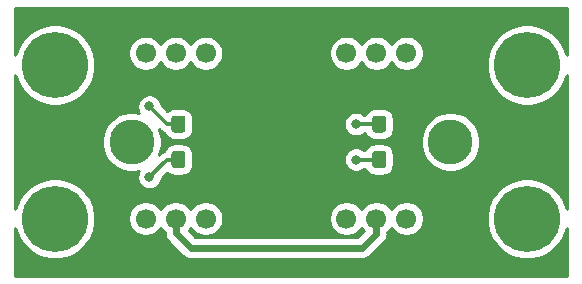
<source format=gtl>
G04 #@! TF.GenerationSoftware,KiCad,Pcbnew,(5.1.12)-1*
G04 #@! TF.CreationDate,2022-09-24T14:43:29-05:00*
G04 #@! TF.ProjectId,Power_Board_001,506f7765-725f-4426-9f61-72645f303031,rev?*
G04 #@! TF.SameCoordinates,Original*
G04 #@! TF.FileFunction,Copper,L1,Top*
G04 #@! TF.FilePolarity,Positive*
%FSLAX46Y46*%
G04 Gerber Fmt 4.6, Leading zero omitted, Abs format (unit mm)*
G04 Created by KiCad (PCBNEW (5.1.12)-1) date 2022-09-24 14:43:29*
%MOMM*%
%LPD*%
G01*
G04 APERTURE LIST*
G04 #@! TA.AperFunction,ComponentPad*
%ADD10C,1.700000*%
G04 #@! TD*
G04 #@! TA.AperFunction,ComponentPad*
%ADD11C,3.800000*%
G04 #@! TD*
G04 #@! TA.AperFunction,ComponentPad*
%ADD12C,5.600000*%
G04 #@! TD*
G04 #@! TA.AperFunction,ViaPad*
%ADD13C,0.800000*%
G04 #@! TD*
G04 #@! TA.AperFunction,Conductor*
%ADD14C,0.300000*%
G04 #@! TD*
G04 #@! TA.AperFunction,Conductor*
%ADD15C,0.600000*%
G04 #@! TD*
G04 #@! TA.AperFunction,Conductor*
%ADD16C,0.254000*%
G04 #@! TD*
G04 #@! TA.AperFunction,Conductor*
%ADD17C,0.100000*%
G04 #@! TD*
G04 APERTURE END LIST*
D10*
X152810000Y-88000000D03*
X150270000Y-88000000D03*
X145190000Y-88000000D03*
X147730000Y-88000000D03*
X152810000Y-74000000D03*
X150270000Y-74000000D03*
X145190000Y-74000000D03*
X147730000Y-74000000D03*
X135810000Y-88000000D03*
X133270000Y-88000000D03*
X128190000Y-88000000D03*
X130730000Y-88000000D03*
X135810000Y-74000000D03*
X133270000Y-74000000D03*
X128190000Y-74000000D03*
X130730000Y-74000000D03*
D11*
X127000000Y-81500000D03*
X154000000Y-81500000D03*
D12*
X120500000Y-88000000D03*
X120500000Y-75000000D03*
X160500000Y-88000000D03*
X160500000Y-75000000D03*
G04 #@! TA.AperFunction,SMDPad,CuDef*
G36*
G01*
X148550000Y-82525000D02*
X148550000Y-83475000D01*
G75*
G02*
X148300000Y-83725000I-250000J0D01*
G01*
X147625000Y-83725000D01*
G75*
G02*
X147375000Y-83475000I0J250000D01*
G01*
X147375000Y-82525000D01*
G75*
G02*
X147625000Y-82275000I250000J0D01*
G01*
X148300000Y-82275000D01*
G75*
G02*
X148550000Y-82525000I0J-250000D01*
G01*
G37*
G04 #@! TD.AperFunction*
G04 #@! TA.AperFunction,SMDPad,CuDef*
G36*
G01*
X150625000Y-82525000D02*
X150625000Y-83475000D01*
G75*
G02*
X150375000Y-83725000I-250000J0D01*
G01*
X149700000Y-83725000D01*
G75*
G02*
X149450000Y-83475000I0J250000D01*
G01*
X149450000Y-82525000D01*
G75*
G02*
X149700000Y-82275000I250000J0D01*
G01*
X150375000Y-82275000D01*
G75*
G02*
X150625000Y-82525000I0J-250000D01*
G01*
G37*
G04 #@! TD.AperFunction*
G04 #@! TA.AperFunction,SMDPad,CuDef*
G36*
G01*
X148550000Y-79525000D02*
X148550000Y-80475000D01*
G75*
G02*
X148300000Y-80725000I-250000J0D01*
G01*
X147625000Y-80725000D01*
G75*
G02*
X147375000Y-80475000I0J250000D01*
G01*
X147375000Y-79525000D01*
G75*
G02*
X147625000Y-79275000I250000J0D01*
G01*
X148300000Y-79275000D01*
G75*
G02*
X148550000Y-79525000I0J-250000D01*
G01*
G37*
G04 #@! TD.AperFunction*
G04 #@! TA.AperFunction,SMDPad,CuDef*
G36*
G01*
X150625000Y-79525000D02*
X150625000Y-80475000D01*
G75*
G02*
X150375000Y-80725000I-250000J0D01*
G01*
X149700000Y-80725000D01*
G75*
G02*
X149450000Y-80475000I0J250000D01*
G01*
X149450000Y-79525000D01*
G75*
G02*
X149700000Y-79275000I250000J0D01*
G01*
X150375000Y-79275000D01*
G75*
G02*
X150625000Y-79525000I0J-250000D01*
G01*
G37*
G04 #@! TD.AperFunction*
G04 #@! TA.AperFunction,SMDPad,CuDef*
G36*
G01*
X131550000Y-82525000D02*
X131550000Y-83475000D01*
G75*
G02*
X131300000Y-83725000I-250000J0D01*
G01*
X130625000Y-83725000D01*
G75*
G02*
X130375000Y-83475000I0J250000D01*
G01*
X130375000Y-82525000D01*
G75*
G02*
X130625000Y-82275000I250000J0D01*
G01*
X131300000Y-82275000D01*
G75*
G02*
X131550000Y-82525000I0J-250000D01*
G01*
G37*
G04 #@! TD.AperFunction*
G04 #@! TA.AperFunction,SMDPad,CuDef*
G36*
G01*
X133625000Y-82525000D02*
X133625000Y-83475000D01*
G75*
G02*
X133375000Y-83725000I-250000J0D01*
G01*
X132700000Y-83725000D01*
G75*
G02*
X132450000Y-83475000I0J250000D01*
G01*
X132450000Y-82525000D01*
G75*
G02*
X132700000Y-82275000I250000J0D01*
G01*
X133375000Y-82275000D01*
G75*
G02*
X133625000Y-82525000I0J-250000D01*
G01*
G37*
G04 #@! TD.AperFunction*
G04 #@! TA.AperFunction,SMDPad,CuDef*
G36*
G01*
X131550000Y-79525000D02*
X131550000Y-80475000D01*
G75*
G02*
X131300000Y-80725000I-250000J0D01*
G01*
X130625000Y-80725000D01*
G75*
G02*
X130375000Y-80475000I0J250000D01*
G01*
X130375000Y-79525000D01*
G75*
G02*
X130625000Y-79275000I250000J0D01*
G01*
X131300000Y-79275000D01*
G75*
G02*
X131550000Y-79525000I0J-250000D01*
G01*
G37*
G04 #@! TD.AperFunction*
G04 #@! TA.AperFunction,SMDPad,CuDef*
G36*
G01*
X133625000Y-79525000D02*
X133625000Y-80475000D01*
G75*
G02*
X133375000Y-80725000I-250000J0D01*
G01*
X132700000Y-80725000D01*
G75*
G02*
X132450000Y-80475000I0J250000D01*
G01*
X132450000Y-79525000D01*
G75*
G02*
X132700000Y-79275000I250000J0D01*
G01*
X133375000Y-79275000D01*
G75*
G02*
X133625000Y-79525000I0J-250000D01*
G01*
G37*
G04 #@! TD.AperFunction*
D13*
X128500000Y-84500000D03*
X128500000Y-78500000D03*
X146000000Y-80000000D03*
X146000000Y-83000000D03*
D14*
X130962500Y-83000000D02*
X130000000Y-83000000D01*
X130000000Y-83000000D02*
X128500000Y-84500000D01*
X128500000Y-84500000D02*
X128500000Y-84500000D01*
X130000000Y-80000000D02*
X128500000Y-78500000D01*
X130962500Y-80000000D02*
X130000000Y-80000000D01*
X128500000Y-78500000D02*
X128500000Y-78500000D01*
X147962500Y-80000000D02*
X146000000Y-80000000D01*
X146000000Y-80000000D02*
X146000000Y-80000000D01*
X147962500Y-83000000D02*
X146000000Y-83000000D01*
X146000000Y-83000000D02*
X146000000Y-83000000D01*
D15*
X130730000Y-88000000D02*
X130730000Y-89230000D01*
X130730000Y-89230000D02*
X132000000Y-90500000D01*
X132000000Y-90500000D02*
X146500000Y-90500000D01*
X147730000Y-89270000D02*
X147730000Y-88000000D01*
X146500000Y-90500000D02*
X147730000Y-89270000D01*
D16*
X163840001Y-74184092D02*
X163802994Y-73998048D01*
X163544057Y-73372918D01*
X163168138Y-72810315D01*
X162689685Y-72331862D01*
X162127082Y-71955943D01*
X161501952Y-71697006D01*
X160838318Y-71565000D01*
X160161682Y-71565000D01*
X159498048Y-71697006D01*
X158872918Y-71955943D01*
X158310315Y-72331862D01*
X157831862Y-72810315D01*
X157455943Y-73372918D01*
X157197006Y-73998048D01*
X157065000Y-74661682D01*
X157065000Y-75338318D01*
X157197006Y-76001952D01*
X157455943Y-76627082D01*
X157831862Y-77189685D01*
X158310315Y-77668138D01*
X158872918Y-78044057D01*
X159498048Y-78302994D01*
X160161682Y-78435000D01*
X160838318Y-78435000D01*
X161501952Y-78302994D01*
X162127082Y-78044057D01*
X162689685Y-77668138D01*
X163168138Y-77189685D01*
X163544057Y-76627082D01*
X163802994Y-76001952D01*
X163840001Y-75815908D01*
X163840000Y-87184088D01*
X163802994Y-86998048D01*
X163544057Y-86372918D01*
X163168138Y-85810315D01*
X162689685Y-85331862D01*
X162127082Y-84955943D01*
X161501952Y-84697006D01*
X160838318Y-84565000D01*
X160161682Y-84565000D01*
X159498048Y-84697006D01*
X158872918Y-84955943D01*
X158310315Y-85331862D01*
X157831862Y-85810315D01*
X157455943Y-86372918D01*
X157197006Y-86998048D01*
X157065000Y-87661682D01*
X157065000Y-88338318D01*
X157197006Y-89001952D01*
X157455943Y-89627082D01*
X157831862Y-90189685D01*
X158310315Y-90668138D01*
X158872918Y-91044057D01*
X159498048Y-91302994D01*
X160161682Y-91435000D01*
X160838318Y-91435000D01*
X161501952Y-91302994D01*
X162127082Y-91044057D01*
X162689685Y-90668138D01*
X163168138Y-90189685D01*
X163544057Y-89627082D01*
X163802994Y-89001952D01*
X163840000Y-88815912D01*
X163840000Y-92840000D01*
X117160000Y-92840000D01*
X117160000Y-88815912D01*
X117197006Y-89001952D01*
X117455943Y-89627082D01*
X117831862Y-90189685D01*
X118310315Y-90668138D01*
X118872918Y-91044057D01*
X119498048Y-91302994D01*
X120161682Y-91435000D01*
X120838318Y-91435000D01*
X121501952Y-91302994D01*
X122127082Y-91044057D01*
X122689685Y-90668138D01*
X123168138Y-90189685D01*
X123544057Y-89627082D01*
X123802994Y-89001952D01*
X123935000Y-88338318D01*
X123935000Y-87853740D01*
X126705000Y-87853740D01*
X126705000Y-88146260D01*
X126762068Y-88433158D01*
X126874010Y-88703411D01*
X127036525Y-88946632D01*
X127243368Y-89153475D01*
X127486589Y-89315990D01*
X127756842Y-89427932D01*
X128043740Y-89485000D01*
X128336260Y-89485000D01*
X128623158Y-89427932D01*
X128893411Y-89315990D01*
X129136632Y-89153475D01*
X129343475Y-88946632D01*
X129460000Y-88772240D01*
X129576525Y-88946632D01*
X129783368Y-89153475D01*
X129795001Y-89161248D01*
X129795001Y-89184059D01*
X129790476Y-89230000D01*
X129808529Y-89413291D01*
X129830282Y-89485000D01*
X129861994Y-89589540D01*
X129948815Y-89751972D01*
X130065657Y-89894344D01*
X130101336Y-89923625D01*
X131306374Y-91128664D01*
X131335656Y-91164344D01*
X131478028Y-91281186D01*
X131640460Y-91368007D01*
X131763243Y-91405253D01*
X131816707Y-91421471D01*
X131999999Y-91439524D01*
X132045931Y-91435000D01*
X146454068Y-91435000D01*
X146500000Y-91439524D01*
X146545932Y-91435000D01*
X146683292Y-91421471D01*
X146859540Y-91368007D01*
X147021972Y-91281186D01*
X147164344Y-91164344D01*
X147193630Y-91128659D01*
X148358660Y-89963629D01*
X148394344Y-89934344D01*
X148511186Y-89791972D01*
X148596696Y-89631993D01*
X148598007Y-89629541D01*
X148651472Y-89453292D01*
X148669524Y-89270000D01*
X148665000Y-89224065D01*
X148665000Y-89161247D01*
X148676632Y-89153475D01*
X148883475Y-88946632D01*
X149000000Y-88772240D01*
X149116525Y-88946632D01*
X149323368Y-89153475D01*
X149566589Y-89315990D01*
X149836842Y-89427932D01*
X150123740Y-89485000D01*
X150416260Y-89485000D01*
X150703158Y-89427932D01*
X150973411Y-89315990D01*
X151216632Y-89153475D01*
X151423475Y-88946632D01*
X151585990Y-88703411D01*
X151697932Y-88433158D01*
X151755000Y-88146260D01*
X151755000Y-87853740D01*
X151697932Y-87566842D01*
X151585990Y-87296589D01*
X151423475Y-87053368D01*
X151216632Y-86846525D01*
X150973411Y-86684010D01*
X150703158Y-86572068D01*
X150416260Y-86515000D01*
X150123740Y-86515000D01*
X149836842Y-86572068D01*
X149566589Y-86684010D01*
X149323368Y-86846525D01*
X149116525Y-87053368D01*
X149000000Y-87227760D01*
X148883475Y-87053368D01*
X148676632Y-86846525D01*
X148433411Y-86684010D01*
X148163158Y-86572068D01*
X147876260Y-86515000D01*
X147583740Y-86515000D01*
X147296842Y-86572068D01*
X147026589Y-86684010D01*
X146783368Y-86846525D01*
X146576525Y-87053368D01*
X146460000Y-87227760D01*
X146343475Y-87053368D01*
X146136632Y-86846525D01*
X145893411Y-86684010D01*
X145623158Y-86572068D01*
X145336260Y-86515000D01*
X145043740Y-86515000D01*
X144756842Y-86572068D01*
X144486589Y-86684010D01*
X144243368Y-86846525D01*
X144036525Y-87053368D01*
X143874010Y-87296589D01*
X143762068Y-87566842D01*
X143705000Y-87853740D01*
X143705000Y-88146260D01*
X143762068Y-88433158D01*
X143874010Y-88703411D01*
X144036525Y-88946632D01*
X144243368Y-89153475D01*
X144486589Y-89315990D01*
X144756842Y-89427932D01*
X145043740Y-89485000D01*
X145336260Y-89485000D01*
X145623158Y-89427932D01*
X145893411Y-89315990D01*
X146136632Y-89153475D01*
X146343475Y-88946632D01*
X146460000Y-88772240D01*
X146576525Y-88946632D01*
X146653802Y-89023909D01*
X146112711Y-89565000D01*
X132387290Y-89565000D01*
X131826198Y-89003909D01*
X131883475Y-88946632D01*
X132000000Y-88772240D01*
X132116525Y-88946632D01*
X132323368Y-89153475D01*
X132566589Y-89315990D01*
X132836842Y-89427932D01*
X133123740Y-89485000D01*
X133416260Y-89485000D01*
X133703158Y-89427932D01*
X133973411Y-89315990D01*
X134216632Y-89153475D01*
X134423475Y-88946632D01*
X134585990Y-88703411D01*
X134697932Y-88433158D01*
X134755000Y-88146260D01*
X134755000Y-87853740D01*
X134697932Y-87566842D01*
X134585990Y-87296589D01*
X134423475Y-87053368D01*
X134216632Y-86846525D01*
X133973411Y-86684010D01*
X133703158Y-86572068D01*
X133416260Y-86515000D01*
X133123740Y-86515000D01*
X132836842Y-86572068D01*
X132566589Y-86684010D01*
X132323368Y-86846525D01*
X132116525Y-87053368D01*
X132000000Y-87227760D01*
X131883475Y-87053368D01*
X131676632Y-86846525D01*
X131433411Y-86684010D01*
X131163158Y-86572068D01*
X130876260Y-86515000D01*
X130583740Y-86515000D01*
X130296842Y-86572068D01*
X130026589Y-86684010D01*
X129783368Y-86846525D01*
X129576525Y-87053368D01*
X129460000Y-87227760D01*
X129343475Y-87053368D01*
X129136632Y-86846525D01*
X128893411Y-86684010D01*
X128623158Y-86572068D01*
X128336260Y-86515000D01*
X128043740Y-86515000D01*
X127756842Y-86572068D01*
X127486589Y-86684010D01*
X127243368Y-86846525D01*
X127036525Y-87053368D01*
X126874010Y-87296589D01*
X126762068Y-87566842D01*
X126705000Y-87853740D01*
X123935000Y-87853740D01*
X123935000Y-87661682D01*
X123802994Y-86998048D01*
X123544057Y-86372918D01*
X123168138Y-85810315D01*
X122689685Y-85331862D01*
X122127082Y-84955943D01*
X121501952Y-84697006D01*
X120838318Y-84565000D01*
X120161682Y-84565000D01*
X119498048Y-84697006D01*
X118872918Y-84955943D01*
X118310315Y-85331862D01*
X117831862Y-85810315D01*
X117455943Y-86372918D01*
X117197006Y-86998048D01*
X117160000Y-87184088D01*
X117160000Y-81250324D01*
X124465000Y-81250324D01*
X124465000Y-81749676D01*
X124562418Y-82239432D01*
X124753512Y-82700773D01*
X125030937Y-83115968D01*
X125384032Y-83469063D01*
X125799227Y-83746488D01*
X126260568Y-83937582D01*
X126750324Y-84035000D01*
X127249676Y-84035000D01*
X127614393Y-83962454D01*
X127582795Y-84009744D01*
X127504774Y-84198102D01*
X127465000Y-84398061D01*
X127465000Y-84601939D01*
X127504774Y-84801898D01*
X127582795Y-84990256D01*
X127696063Y-85159774D01*
X127840226Y-85303937D01*
X128009744Y-85417205D01*
X128198102Y-85495226D01*
X128398061Y-85535000D01*
X128601939Y-85535000D01*
X128801898Y-85495226D01*
X128990256Y-85417205D01*
X129159774Y-85303937D01*
X129303937Y-85159774D01*
X129417205Y-84990256D01*
X129495226Y-84801898D01*
X129535000Y-84601939D01*
X129535000Y-84575157D01*
X130002617Y-84107541D01*
X130131614Y-84213405D01*
X130285150Y-84295472D01*
X130451746Y-84346008D01*
X130625000Y-84363072D01*
X131300000Y-84363072D01*
X131473254Y-84346008D01*
X131639850Y-84295472D01*
X131793386Y-84213405D01*
X131927962Y-84102962D01*
X132038405Y-83968386D01*
X132120472Y-83814850D01*
X132171008Y-83648254D01*
X132188072Y-83475000D01*
X132188072Y-82898061D01*
X144965000Y-82898061D01*
X144965000Y-83101939D01*
X145004774Y-83301898D01*
X145082795Y-83490256D01*
X145196063Y-83659774D01*
X145340226Y-83803937D01*
X145509744Y-83917205D01*
X145698102Y-83995226D01*
X145898061Y-84035000D01*
X146101939Y-84035000D01*
X146301898Y-83995226D01*
X146490256Y-83917205D01*
X146659774Y-83803937D01*
X146678711Y-83785000D01*
X146795473Y-83785000D01*
X146804528Y-83814850D01*
X146886595Y-83968386D01*
X146997038Y-84102962D01*
X147131614Y-84213405D01*
X147285150Y-84295472D01*
X147451746Y-84346008D01*
X147625000Y-84363072D01*
X148300000Y-84363072D01*
X148473254Y-84346008D01*
X148639850Y-84295472D01*
X148793386Y-84213405D01*
X148927962Y-84102962D01*
X149038405Y-83968386D01*
X149120472Y-83814850D01*
X149171008Y-83648254D01*
X149188072Y-83475000D01*
X149188072Y-82525000D01*
X149171008Y-82351746D01*
X149120472Y-82185150D01*
X149038405Y-82031614D01*
X148927962Y-81897038D01*
X148793386Y-81786595D01*
X148639850Y-81704528D01*
X148473254Y-81653992D01*
X148300000Y-81636928D01*
X147625000Y-81636928D01*
X147451746Y-81653992D01*
X147285150Y-81704528D01*
X147131614Y-81786595D01*
X146997038Y-81897038D01*
X146886595Y-82031614D01*
X146804528Y-82185150D01*
X146795473Y-82215000D01*
X146678711Y-82215000D01*
X146659774Y-82196063D01*
X146490256Y-82082795D01*
X146301898Y-82004774D01*
X146101939Y-81965000D01*
X145898061Y-81965000D01*
X145698102Y-82004774D01*
X145509744Y-82082795D01*
X145340226Y-82196063D01*
X145196063Y-82340226D01*
X145082795Y-82509744D01*
X145004774Y-82698102D01*
X144965000Y-82898061D01*
X132188072Y-82898061D01*
X132188072Y-82525000D01*
X132171008Y-82351746D01*
X132120472Y-82185150D01*
X132038405Y-82031614D01*
X131927962Y-81897038D01*
X131793386Y-81786595D01*
X131639850Y-81704528D01*
X131473254Y-81653992D01*
X131300000Y-81636928D01*
X130625000Y-81636928D01*
X130451746Y-81653992D01*
X130285150Y-81704528D01*
X130131614Y-81786595D01*
X129997038Y-81897038D01*
X129886595Y-82031614D01*
X129804528Y-82185150D01*
X129786546Y-82244428D01*
X129698140Y-82271246D01*
X129561767Y-82344138D01*
X129501559Y-82393550D01*
X129472187Y-82417655D01*
X129472184Y-82417658D01*
X129442236Y-82442236D01*
X129417658Y-82472184D01*
X129287089Y-82602753D01*
X129437582Y-82239432D01*
X129535000Y-81749676D01*
X129535000Y-81250324D01*
X129437582Y-80760568D01*
X129287089Y-80397247D01*
X129417658Y-80527816D01*
X129442236Y-80557764D01*
X129472184Y-80582342D01*
X129472187Y-80582345D01*
X129501559Y-80606450D01*
X129561767Y-80655862D01*
X129698140Y-80728754D01*
X129786546Y-80755572D01*
X129804528Y-80814850D01*
X129886595Y-80968386D01*
X129997038Y-81102962D01*
X130131614Y-81213405D01*
X130285150Y-81295472D01*
X130451746Y-81346008D01*
X130625000Y-81363072D01*
X131300000Y-81363072D01*
X131473254Y-81346008D01*
X131639850Y-81295472D01*
X131793386Y-81213405D01*
X131927962Y-81102962D01*
X132038405Y-80968386D01*
X132120472Y-80814850D01*
X132171008Y-80648254D01*
X132188072Y-80475000D01*
X132188072Y-79898061D01*
X144965000Y-79898061D01*
X144965000Y-80101939D01*
X145004774Y-80301898D01*
X145082795Y-80490256D01*
X145196063Y-80659774D01*
X145340226Y-80803937D01*
X145509744Y-80917205D01*
X145698102Y-80995226D01*
X145898061Y-81035000D01*
X146101939Y-81035000D01*
X146301898Y-80995226D01*
X146490256Y-80917205D01*
X146659774Y-80803937D01*
X146678711Y-80785000D01*
X146795473Y-80785000D01*
X146804528Y-80814850D01*
X146886595Y-80968386D01*
X146997038Y-81102962D01*
X147131614Y-81213405D01*
X147285150Y-81295472D01*
X147451746Y-81346008D01*
X147625000Y-81363072D01*
X148300000Y-81363072D01*
X148473254Y-81346008D01*
X148639850Y-81295472D01*
X148724315Y-81250324D01*
X151465000Y-81250324D01*
X151465000Y-81749676D01*
X151562418Y-82239432D01*
X151753512Y-82700773D01*
X152030937Y-83115968D01*
X152384032Y-83469063D01*
X152799227Y-83746488D01*
X153260568Y-83937582D01*
X153750324Y-84035000D01*
X154249676Y-84035000D01*
X154739432Y-83937582D01*
X155200773Y-83746488D01*
X155615968Y-83469063D01*
X155969063Y-83115968D01*
X156246488Y-82700773D01*
X156437582Y-82239432D01*
X156535000Y-81749676D01*
X156535000Y-81250324D01*
X156437582Y-80760568D01*
X156246488Y-80299227D01*
X155969063Y-79884032D01*
X155615968Y-79530937D01*
X155200773Y-79253512D01*
X154739432Y-79062418D01*
X154249676Y-78965000D01*
X153750324Y-78965000D01*
X153260568Y-79062418D01*
X152799227Y-79253512D01*
X152384032Y-79530937D01*
X152030937Y-79884032D01*
X151753512Y-80299227D01*
X151562418Y-80760568D01*
X151465000Y-81250324D01*
X148724315Y-81250324D01*
X148793386Y-81213405D01*
X148927962Y-81102962D01*
X149038405Y-80968386D01*
X149120472Y-80814850D01*
X149171008Y-80648254D01*
X149188072Y-80475000D01*
X149188072Y-79525000D01*
X149171008Y-79351746D01*
X149120472Y-79185150D01*
X149038405Y-79031614D01*
X148927962Y-78897038D01*
X148793386Y-78786595D01*
X148639850Y-78704528D01*
X148473254Y-78653992D01*
X148300000Y-78636928D01*
X147625000Y-78636928D01*
X147451746Y-78653992D01*
X147285150Y-78704528D01*
X147131614Y-78786595D01*
X146997038Y-78897038D01*
X146886595Y-79031614D01*
X146804528Y-79185150D01*
X146795473Y-79215000D01*
X146678711Y-79215000D01*
X146659774Y-79196063D01*
X146490256Y-79082795D01*
X146301898Y-79004774D01*
X146101939Y-78965000D01*
X145898061Y-78965000D01*
X145698102Y-79004774D01*
X145509744Y-79082795D01*
X145340226Y-79196063D01*
X145196063Y-79340226D01*
X145082795Y-79509744D01*
X145004774Y-79698102D01*
X144965000Y-79898061D01*
X132188072Y-79898061D01*
X132188072Y-79525000D01*
X132171008Y-79351746D01*
X132120472Y-79185150D01*
X132038405Y-79031614D01*
X131927962Y-78897038D01*
X131793386Y-78786595D01*
X131639850Y-78704528D01*
X131473254Y-78653992D01*
X131300000Y-78636928D01*
X130625000Y-78636928D01*
X130451746Y-78653992D01*
X130285150Y-78704528D01*
X130131614Y-78786595D01*
X130002617Y-78892459D01*
X129535000Y-78424843D01*
X129535000Y-78398061D01*
X129495226Y-78198102D01*
X129417205Y-78009744D01*
X129303937Y-77840226D01*
X129159774Y-77696063D01*
X128990256Y-77582795D01*
X128801898Y-77504774D01*
X128601939Y-77465000D01*
X128398061Y-77465000D01*
X128198102Y-77504774D01*
X128009744Y-77582795D01*
X127840226Y-77696063D01*
X127696063Y-77840226D01*
X127582795Y-78009744D01*
X127504774Y-78198102D01*
X127465000Y-78398061D01*
X127465000Y-78601939D01*
X127504774Y-78801898D01*
X127582795Y-78990256D01*
X127614393Y-79037546D01*
X127249676Y-78965000D01*
X126750324Y-78965000D01*
X126260568Y-79062418D01*
X125799227Y-79253512D01*
X125384032Y-79530937D01*
X125030937Y-79884032D01*
X124753512Y-80299227D01*
X124562418Y-80760568D01*
X124465000Y-81250324D01*
X117160000Y-81250324D01*
X117160000Y-75815912D01*
X117197006Y-76001952D01*
X117455943Y-76627082D01*
X117831862Y-77189685D01*
X118310315Y-77668138D01*
X118872918Y-78044057D01*
X119498048Y-78302994D01*
X120161682Y-78435000D01*
X120838318Y-78435000D01*
X121501952Y-78302994D01*
X122127082Y-78044057D01*
X122689685Y-77668138D01*
X123168138Y-77189685D01*
X123544057Y-76627082D01*
X123802994Y-76001952D01*
X123935000Y-75338318D01*
X123935000Y-74661682D01*
X123802994Y-73998048D01*
X123743220Y-73853740D01*
X126705000Y-73853740D01*
X126705000Y-74146260D01*
X126762068Y-74433158D01*
X126874010Y-74703411D01*
X127036525Y-74946632D01*
X127243368Y-75153475D01*
X127486589Y-75315990D01*
X127756842Y-75427932D01*
X128043740Y-75485000D01*
X128336260Y-75485000D01*
X128623158Y-75427932D01*
X128893411Y-75315990D01*
X129136632Y-75153475D01*
X129343475Y-74946632D01*
X129460000Y-74772240D01*
X129576525Y-74946632D01*
X129783368Y-75153475D01*
X130026589Y-75315990D01*
X130296842Y-75427932D01*
X130583740Y-75485000D01*
X130876260Y-75485000D01*
X131163158Y-75427932D01*
X131433411Y-75315990D01*
X131676632Y-75153475D01*
X131883475Y-74946632D01*
X132000000Y-74772240D01*
X132116525Y-74946632D01*
X132323368Y-75153475D01*
X132566589Y-75315990D01*
X132836842Y-75427932D01*
X133123740Y-75485000D01*
X133416260Y-75485000D01*
X133703158Y-75427932D01*
X133973411Y-75315990D01*
X134216632Y-75153475D01*
X134423475Y-74946632D01*
X134585990Y-74703411D01*
X134697932Y-74433158D01*
X134755000Y-74146260D01*
X134755000Y-73853740D01*
X143705000Y-73853740D01*
X143705000Y-74146260D01*
X143762068Y-74433158D01*
X143874010Y-74703411D01*
X144036525Y-74946632D01*
X144243368Y-75153475D01*
X144486589Y-75315990D01*
X144756842Y-75427932D01*
X145043740Y-75485000D01*
X145336260Y-75485000D01*
X145623158Y-75427932D01*
X145893411Y-75315990D01*
X146136632Y-75153475D01*
X146343475Y-74946632D01*
X146460000Y-74772240D01*
X146576525Y-74946632D01*
X146783368Y-75153475D01*
X147026589Y-75315990D01*
X147296842Y-75427932D01*
X147583740Y-75485000D01*
X147876260Y-75485000D01*
X148163158Y-75427932D01*
X148433411Y-75315990D01*
X148676632Y-75153475D01*
X148883475Y-74946632D01*
X149000000Y-74772240D01*
X149116525Y-74946632D01*
X149323368Y-75153475D01*
X149566589Y-75315990D01*
X149836842Y-75427932D01*
X150123740Y-75485000D01*
X150416260Y-75485000D01*
X150703158Y-75427932D01*
X150973411Y-75315990D01*
X151216632Y-75153475D01*
X151423475Y-74946632D01*
X151585990Y-74703411D01*
X151697932Y-74433158D01*
X151755000Y-74146260D01*
X151755000Y-73853740D01*
X151697932Y-73566842D01*
X151585990Y-73296589D01*
X151423475Y-73053368D01*
X151216632Y-72846525D01*
X150973411Y-72684010D01*
X150703158Y-72572068D01*
X150416260Y-72515000D01*
X150123740Y-72515000D01*
X149836842Y-72572068D01*
X149566589Y-72684010D01*
X149323368Y-72846525D01*
X149116525Y-73053368D01*
X149000000Y-73227760D01*
X148883475Y-73053368D01*
X148676632Y-72846525D01*
X148433411Y-72684010D01*
X148163158Y-72572068D01*
X147876260Y-72515000D01*
X147583740Y-72515000D01*
X147296842Y-72572068D01*
X147026589Y-72684010D01*
X146783368Y-72846525D01*
X146576525Y-73053368D01*
X146460000Y-73227760D01*
X146343475Y-73053368D01*
X146136632Y-72846525D01*
X145893411Y-72684010D01*
X145623158Y-72572068D01*
X145336260Y-72515000D01*
X145043740Y-72515000D01*
X144756842Y-72572068D01*
X144486589Y-72684010D01*
X144243368Y-72846525D01*
X144036525Y-73053368D01*
X143874010Y-73296589D01*
X143762068Y-73566842D01*
X143705000Y-73853740D01*
X134755000Y-73853740D01*
X134697932Y-73566842D01*
X134585990Y-73296589D01*
X134423475Y-73053368D01*
X134216632Y-72846525D01*
X133973411Y-72684010D01*
X133703158Y-72572068D01*
X133416260Y-72515000D01*
X133123740Y-72515000D01*
X132836842Y-72572068D01*
X132566589Y-72684010D01*
X132323368Y-72846525D01*
X132116525Y-73053368D01*
X132000000Y-73227760D01*
X131883475Y-73053368D01*
X131676632Y-72846525D01*
X131433411Y-72684010D01*
X131163158Y-72572068D01*
X130876260Y-72515000D01*
X130583740Y-72515000D01*
X130296842Y-72572068D01*
X130026589Y-72684010D01*
X129783368Y-72846525D01*
X129576525Y-73053368D01*
X129460000Y-73227760D01*
X129343475Y-73053368D01*
X129136632Y-72846525D01*
X128893411Y-72684010D01*
X128623158Y-72572068D01*
X128336260Y-72515000D01*
X128043740Y-72515000D01*
X127756842Y-72572068D01*
X127486589Y-72684010D01*
X127243368Y-72846525D01*
X127036525Y-73053368D01*
X126874010Y-73296589D01*
X126762068Y-73566842D01*
X126705000Y-73853740D01*
X123743220Y-73853740D01*
X123544057Y-73372918D01*
X123168138Y-72810315D01*
X122689685Y-72331862D01*
X122127082Y-71955943D01*
X121501952Y-71697006D01*
X120838318Y-71565000D01*
X120161682Y-71565000D01*
X119498048Y-71697006D01*
X118872918Y-71955943D01*
X118310315Y-72331862D01*
X117831862Y-72810315D01*
X117455943Y-73372918D01*
X117197006Y-73998048D01*
X117160000Y-74184088D01*
X117160000Y-70160000D01*
X163840001Y-70160000D01*
X163840001Y-74184092D01*
G04 #@! TA.AperFunction,Conductor*
D17*
G36*
X163840001Y-74184092D02*
G01*
X163802994Y-73998048D01*
X163544057Y-73372918D01*
X163168138Y-72810315D01*
X162689685Y-72331862D01*
X162127082Y-71955943D01*
X161501952Y-71697006D01*
X160838318Y-71565000D01*
X160161682Y-71565000D01*
X159498048Y-71697006D01*
X158872918Y-71955943D01*
X158310315Y-72331862D01*
X157831862Y-72810315D01*
X157455943Y-73372918D01*
X157197006Y-73998048D01*
X157065000Y-74661682D01*
X157065000Y-75338318D01*
X157197006Y-76001952D01*
X157455943Y-76627082D01*
X157831862Y-77189685D01*
X158310315Y-77668138D01*
X158872918Y-78044057D01*
X159498048Y-78302994D01*
X160161682Y-78435000D01*
X160838318Y-78435000D01*
X161501952Y-78302994D01*
X162127082Y-78044057D01*
X162689685Y-77668138D01*
X163168138Y-77189685D01*
X163544057Y-76627082D01*
X163802994Y-76001952D01*
X163840001Y-75815908D01*
X163840000Y-87184088D01*
X163802994Y-86998048D01*
X163544057Y-86372918D01*
X163168138Y-85810315D01*
X162689685Y-85331862D01*
X162127082Y-84955943D01*
X161501952Y-84697006D01*
X160838318Y-84565000D01*
X160161682Y-84565000D01*
X159498048Y-84697006D01*
X158872918Y-84955943D01*
X158310315Y-85331862D01*
X157831862Y-85810315D01*
X157455943Y-86372918D01*
X157197006Y-86998048D01*
X157065000Y-87661682D01*
X157065000Y-88338318D01*
X157197006Y-89001952D01*
X157455943Y-89627082D01*
X157831862Y-90189685D01*
X158310315Y-90668138D01*
X158872918Y-91044057D01*
X159498048Y-91302994D01*
X160161682Y-91435000D01*
X160838318Y-91435000D01*
X161501952Y-91302994D01*
X162127082Y-91044057D01*
X162689685Y-90668138D01*
X163168138Y-90189685D01*
X163544057Y-89627082D01*
X163802994Y-89001952D01*
X163840000Y-88815912D01*
X163840000Y-92840000D01*
X117160000Y-92840000D01*
X117160000Y-88815912D01*
X117197006Y-89001952D01*
X117455943Y-89627082D01*
X117831862Y-90189685D01*
X118310315Y-90668138D01*
X118872918Y-91044057D01*
X119498048Y-91302994D01*
X120161682Y-91435000D01*
X120838318Y-91435000D01*
X121501952Y-91302994D01*
X122127082Y-91044057D01*
X122689685Y-90668138D01*
X123168138Y-90189685D01*
X123544057Y-89627082D01*
X123802994Y-89001952D01*
X123935000Y-88338318D01*
X123935000Y-87853740D01*
X126705000Y-87853740D01*
X126705000Y-88146260D01*
X126762068Y-88433158D01*
X126874010Y-88703411D01*
X127036525Y-88946632D01*
X127243368Y-89153475D01*
X127486589Y-89315990D01*
X127756842Y-89427932D01*
X128043740Y-89485000D01*
X128336260Y-89485000D01*
X128623158Y-89427932D01*
X128893411Y-89315990D01*
X129136632Y-89153475D01*
X129343475Y-88946632D01*
X129460000Y-88772240D01*
X129576525Y-88946632D01*
X129783368Y-89153475D01*
X129795001Y-89161248D01*
X129795001Y-89184059D01*
X129790476Y-89230000D01*
X129808529Y-89413291D01*
X129830282Y-89485000D01*
X129861994Y-89589540D01*
X129948815Y-89751972D01*
X130065657Y-89894344D01*
X130101336Y-89923625D01*
X131306374Y-91128664D01*
X131335656Y-91164344D01*
X131478028Y-91281186D01*
X131640460Y-91368007D01*
X131763243Y-91405253D01*
X131816707Y-91421471D01*
X131999999Y-91439524D01*
X132045931Y-91435000D01*
X146454068Y-91435000D01*
X146500000Y-91439524D01*
X146545932Y-91435000D01*
X146683292Y-91421471D01*
X146859540Y-91368007D01*
X147021972Y-91281186D01*
X147164344Y-91164344D01*
X147193630Y-91128659D01*
X148358660Y-89963629D01*
X148394344Y-89934344D01*
X148511186Y-89791972D01*
X148596696Y-89631993D01*
X148598007Y-89629541D01*
X148651472Y-89453292D01*
X148669524Y-89270000D01*
X148665000Y-89224065D01*
X148665000Y-89161247D01*
X148676632Y-89153475D01*
X148883475Y-88946632D01*
X149000000Y-88772240D01*
X149116525Y-88946632D01*
X149323368Y-89153475D01*
X149566589Y-89315990D01*
X149836842Y-89427932D01*
X150123740Y-89485000D01*
X150416260Y-89485000D01*
X150703158Y-89427932D01*
X150973411Y-89315990D01*
X151216632Y-89153475D01*
X151423475Y-88946632D01*
X151585990Y-88703411D01*
X151697932Y-88433158D01*
X151755000Y-88146260D01*
X151755000Y-87853740D01*
X151697932Y-87566842D01*
X151585990Y-87296589D01*
X151423475Y-87053368D01*
X151216632Y-86846525D01*
X150973411Y-86684010D01*
X150703158Y-86572068D01*
X150416260Y-86515000D01*
X150123740Y-86515000D01*
X149836842Y-86572068D01*
X149566589Y-86684010D01*
X149323368Y-86846525D01*
X149116525Y-87053368D01*
X149000000Y-87227760D01*
X148883475Y-87053368D01*
X148676632Y-86846525D01*
X148433411Y-86684010D01*
X148163158Y-86572068D01*
X147876260Y-86515000D01*
X147583740Y-86515000D01*
X147296842Y-86572068D01*
X147026589Y-86684010D01*
X146783368Y-86846525D01*
X146576525Y-87053368D01*
X146460000Y-87227760D01*
X146343475Y-87053368D01*
X146136632Y-86846525D01*
X145893411Y-86684010D01*
X145623158Y-86572068D01*
X145336260Y-86515000D01*
X145043740Y-86515000D01*
X144756842Y-86572068D01*
X144486589Y-86684010D01*
X144243368Y-86846525D01*
X144036525Y-87053368D01*
X143874010Y-87296589D01*
X143762068Y-87566842D01*
X143705000Y-87853740D01*
X143705000Y-88146260D01*
X143762068Y-88433158D01*
X143874010Y-88703411D01*
X144036525Y-88946632D01*
X144243368Y-89153475D01*
X144486589Y-89315990D01*
X144756842Y-89427932D01*
X145043740Y-89485000D01*
X145336260Y-89485000D01*
X145623158Y-89427932D01*
X145893411Y-89315990D01*
X146136632Y-89153475D01*
X146343475Y-88946632D01*
X146460000Y-88772240D01*
X146576525Y-88946632D01*
X146653802Y-89023909D01*
X146112711Y-89565000D01*
X132387290Y-89565000D01*
X131826198Y-89003909D01*
X131883475Y-88946632D01*
X132000000Y-88772240D01*
X132116525Y-88946632D01*
X132323368Y-89153475D01*
X132566589Y-89315990D01*
X132836842Y-89427932D01*
X133123740Y-89485000D01*
X133416260Y-89485000D01*
X133703158Y-89427932D01*
X133973411Y-89315990D01*
X134216632Y-89153475D01*
X134423475Y-88946632D01*
X134585990Y-88703411D01*
X134697932Y-88433158D01*
X134755000Y-88146260D01*
X134755000Y-87853740D01*
X134697932Y-87566842D01*
X134585990Y-87296589D01*
X134423475Y-87053368D01*
X134216632Y-86846525D01*
X133973411Y-86684010D01*
X133703158Y-86572068D01*
X133416260Y-86515000D01*
X133123740Y-86515000D01*
X132836842Y-86572068D01*
X132566589Y-86684010D01*
X132323368Y-86846525D01*
X132116525Y-87053368D01*
X132000000Y-87227760D01*
X131883475Y-87053368D01*
X131676632Y-86846525D01*
X131433411Y-86684010D01*
X131163158Y-86572068D01*
X130876260Y-86515000D01*
X130583740Y-86515000D01*
X130296842Y-86572068D01*
X130026589Y-86684010D01*
X129783368Y-86846525D01*
X129576525Y-87053368D01*
X129460000Y-87227760D01*
X129343475Y-87053368D01*
X129136632Y-86846525D01*
X128893411Y-86684010D01*
X128623158Y-86572068D01*
X128336260Y-86515000D01*
X128043740Y-86515000D01*
X127756842Y-86572068D01*
X127486589Y-86684010D01*
X127243368Y-86846525D01*
X127036525Y-87053368D01*
X126874010Y-87296589D01*
X126762068Y-87566842D01*
X126705000Y-87853740D01*
X123935000Y-87853740D01*
X123935000Y-87661682D01*
X123802994Y-86998048D01*
X123544057Y-86372918D01*
X123168138Y-85810315D01*
X122689685Y-85331862D01*
X122127082Y-84955943D01*
X121501952Y-84697006D01*
X120838318Y-84565000D01*
X120161682Y-84565000D01*
X119498048Y-84697006D01*
X118872918Y-84955943D01*
X118310315Y-85331862D01*
X117831862Y-85810315D01*
X117455943Y-86372918D01*
X117197006Y-86998048D01*
X117160000Y-87184088D01*
X117160000Y-81250324D01*
X124465000Y-81250324D01*
X124465000Y-81749676D01*
X124562418Y-82239432D01*
X124753512Y-82700773D01*
X125030937Y-83115968D01*
X125384032Y-83469063D01*
X125799227Y-83746488D01*
X126260568Y-83937582D01*
X126750324Y-84035000D01*
X127249676Y-84035000D01*
X127614393Y-83962454D01*
X127582795Y-84009744D01*
X127504774Y-84198102D01*
X127465000Y-84398061D01*
X127465000Y-84601939D01*
X127504774Y-84801898D01*
X127582795Y-84990256D01*
X127696063Y-85159774D01*
X127840226Y-85303937D01*
X128009744Y-85417205D01*
X128198102Y-85495226D01*
X128398061Y-85535000D01*
X128601939Y-85535000D01*
X128801898Y-85495226D01*
X128990256Y-85417205D01*
X129159774Y-85303937D01*
X129303937Y-85159774D01*
X129417205Y-84990256D01*
X129495226Y-84801898D01*
X129535000Y-84601939D01*
X129535000Y-84575157D01*
X130002617Y-84107541D01*
X130131614Y-84213405D01*
X130285150Y-84295472D01*
X130451746Y-84346008D01*
X130625000Y-84363072D01*
X131300000Y-84363072D01*
X131473254Y-84346008D01*
X131639850Y-84295472D01*
X131793386Y-84213405D01*
X131927962Y-84102962D01*
X132038405Y-83968386D01*
X132120472Y-83814850D01*
X132171008Y-83648254D01*
X132188072Y-83475000D01*
X132188072Y-82898061D01*
X144965000Y-82898061D01*
X144965000Y-83101939D01*
X145004774Y-83301898D01*
X145082795Y-83490256D01*
X145196063Y-83659774D01*
X145340226Y-83803937D01*
X145509744Y-83917205D01*
X145698102Y-83995226D01*
X145898061Y-84035000D01*
X146101939Y-84035000D01*
X146301898Y-83995226D01*
X146490256Y-83917205D01*
X146659774Y-83803937D01*
X146678711Y-83785000D01*
X146795473Y-83785000D01*
X146804528Y-83814850D01*
X146886595Y-83968386D01*
X146997038Y-84102962D01*
X147131614Y-84213405D01*
X147285150Y-84295472D01*
X147451746Y-84346008D01*
X147625000Y-84363072D01*
X148300000Y-84363072D01*
X148473254Y-84346008D01*
X148639850Y-84295472D01*
X148793386Y-84213405D01*
X148927962Y-84102962D01*
X149038405Y-83968386D01*
X149120472Y-83814850D01*
X149171008Y-83648254D01*
X149188072Y-83475000D01*
X149188072Y-82525000D01*
X149171008Y-82351746D01*
X149120472Y-82185150D01*
X149038405Y-82031614D01*
X148927962Y-81897038D01*
X148793386Y-81786595D01*
X148639850Y-81704528D01*
X148473254Y-81653992D01*
X148300000Y-81636928D01*
X147625000Y-81636928D01*
X147451746Y-81653992D01*
X147285150Y-81704528D01*
X147131614Y-81786595D01*
X146997038Y-81897038D01*
X146886595Y-82031614D01*
X146804528Y-82185150D01*
X146795473Y-82215000D01*
X146678711Y-82215000D01*
X146659774Y-82196063D01*
X146490256Y-82082795D01*
X146301898Y-82004774D01*
X146101939Y-81965000D01*
X145898061Y-81965000D01*
X145698102Y-82004774D01*
X145509744Y-82082795D01*
X145340226Y-82196063D01*
X145196063Y-82340226D01*
X145082795Y-82509744D01*
X145004774Y-82698102D01*
X144965000Y-82898061D01*
X132188072Y-82898061D01*
X132188072Y-82525000D01*
X132171008Y-82351746D01*
X132120472Y-82185150D01*
X132038405Y-82031614D01*
X131927962Y-81897038D01*
X131793386Y-81786595D01*
X131639850Y-81704528D01*
X131473254Y-81653992D01*
X131300000Y-81636928D01*
X130625000Y-81636928D01*
X130451746Y-81653992D01*
X130285150Y-81704528D01*
X130131614Y-81786595D01*
X129997038Y-81897038D01*
X129886595Y-82031614D01*
X129804528Y-82185150D01*
X129786546Y-82244428D01*
X129698140Y-82271246D01*
X129561767Y-82344138D01*
X129501559Y-82393550D01*
X129472187Y-82417655D01*
X129472184Y-82417658D01*
X129442236Y-82442236D01*
X129417658Y-82472184D01*
X129287089Y-82602753D01*
X129437582Y-82239432D01*
X129535000Y-81749676D01*
X129535000Y-81250324D01*
X129437582Y-80760568D01*
X129287089Y-80397247D01*
X129417658Y-80527816D01*
X129442236Y-80557764D01*
X129472184Y-80582342D01*
X129472187Y-80582345D01*
X129501559Y-80606450D01*
X129561767Y-80655862D01*
X129698140Y-80728754D01*
X129786546Y-80755572D01*
X129804528Y-80814850D01*
X129886595Y-80968386D01*
X129997038Y-81102962D01*
X130131614Y-81213405D01*
X130285150Y-81295472D01*
X130451746Y-81346008D01*
X130625000Y-81363072D01*
X131300000Y-81363072D01*
X131473254Y-81346008D01*
X131639850Y-81295472D01*
X131793386Y-81213405D01*
X131927962Y-81102962D01*
X132038405Y-80968386D01*
X132120472Y-80814850D01*
X132171008Y-80648254D01*
X132188072Y-80475000D01*
X132188072Y-79898061D01*
X144965000Y-79898061D01*
X144965000Y-80101939D01*
X145004774Y-80301898D01*
X145082795Y-80490256D01*
X145196063Y-80659774D01*
X145340226Y-80803937D01*
X145509744Y-80917205D01*
X145698102Y-80995226D01*
X145898061Y-81035000D01*
X146101939Y-81035000D01*
X146301898Y-80995226D01*
X146490256Y-80917205D01*
X146659774Y-80803937D01*
X146678711Y-80785000D01*
X146795473Y-80785000D01*
X146804528Y-80814850D01*
X146886595Y-80968386D01*
X146997038Y-81102962D01*
X147131614Y-81213405D01*
X147285150Y-81295472D01*
X147451746Y-81346008D01*
X147625000Y-81363072D01*
X148300000Y-81363072D01*
X148473254Y-81346008D01*
X148639850Y-81295472D01*
X148724315Y-81250324D01*
X151465000Y-81250324D01*
X151465000Y-81749676D01*
X151562418Y-82239432D01*
X151753512Y-82700773D01*
X152030937Y-83115968D01*
X152384032Y-83469063D01*
X152799227Y-83746488D01*
X153260568Y-83937582D01*
X153750324Y-84035000D01*
X154249676Y-84035000D01*
X154739432Y-83937582D01*
X155200773Y-83746488D01*
X155615968Y-83469063D01*
X155969063Y-83115968D01*
X156246488Y-82700773D01*
X156437582Y-82239432D01*
X156535000Y-81749676D01*
X156535000Y-81250324D01*
X156437582Y-80760568D01*
X156246488Y-80299227D01*
X155969063Y-79884032D01*
X155615968Y-79530937D01*
X155200773Y-79253512D01*
X154739432Y-79062418D01*
X154249676Y-78965000D01*
X153750324Y-78965000D01*
X153260568Y-79062418D01*
X152799227Y-79253512D01*
X152384032Y-79530937D01*
X152030937Y-79884032D01*
X151753512Y-80299227D01*
X151562418Y-80760568D01*
X151465000Y-81250324D01*
X148724315Y-81250324D01*
X148793386Y-81213405D01*
X148927962Y-81102962D01*
X149038405Y-80968386D01*
X149120472Y-80814850D01*
X149171008Y-80648254D01*
X149188072Y-80475000D01*
X149188072Y-79525000D01*
X149171008Y-79351746D01*
X149120472Y-79185150D01*
X149038405Y-79031614D01*
X148927962Y-78897038D01*
X148793386Y-78786595D01*
X148639850Y-78704528D01*
X148473254Y-78653992D01*
X148300000Y-78636928D01*
X147625000Y-78636928D01*
X147451746Y-78653992D01*
X147285150Y-78704528D01*
X147131614Y-78786595D01*
X146997038Y-78897038D01*
X146886595Y-79031614D01*
X146804528Y-79185150D01*
X146795473Y-79215000D01*
X146678711Y-79215000D01*
X146659774Y-79196063D01*
X146490256Y-79082795D01*
X146301898Y-79004774D01*
X146101939Y-78965000D01*
X145898061Y-78965000D01*
X145698102Y-79004774D01*
X145509744Y-79082795D01*
X145340226Y-79196063D01*
X145196063Y-79340226D01*
X145082795Y-79509744D01*
X145004774Y-79698102D01*
X144965000Y-79898061D01*
X132188072Y-79898061D01*
X132188072Y-79525000D01*
X132171008Y-79351746D01*
X132120472Y-79185150D01*
X132038405Y-79031614D01*
X131927962Y-78897038D01*
X131793386Y-78786595D01*
X131639850Y-78704528D01*
X131473254Y-78653992D01*
X131300000Y-78636928D01*
X130625000Y-78636928D01*
X130451746Y-78653992D01*
X130285150Y-78704528D01*
X130131614Y-78786595D01*
X130002617Y-78892459D01*
X129535000Y-78424843D01*
X129535000Y-78398061D01*
X129495226Y-78198102D01*
X129417205Y-78009744D01*
X129303937Y-77840226D01*
X129159774Y-77696063D01*
X128990256Y-77582795D01*
X128801898Y-77504774D01*
X128601939Y-77465000D01*
X128398061Y-77465000D01*
X128198102Y-77504774D01*
X128009744Y-77582795D01*
X127840226Y-77696063D01*
X127696063Y-77840226D01*
X127582795Y-78009744D01*
X127504774Y-78198102D01*
X127465000Y-78398061D01*
X127465000Y-78601939D01*
X127504774Y-78801898D01*
X127582795Y-78990256D01*
X127614393Y-79037546D01*
X127249676Y-78965000D01*
X126750324Y-78965000D01*
X126260568Y-79062418D01*
X125799227Y-79253512D01*
X125384032Y-79530937D01*
X125030937Y-79884032D01*
X124753512Y-80299227D01*
X124562418Y-80760568D01*
X124465000Y-81250324D01*
X117160000Y-81250324D01*
X117160000Y-75815912D01*
X117197006Y-76001952D01*
X117455943Y-76627082D01*
X117831862Y-77189685D01*
X118310315Y-77668138D01*
X118872918Y-78044057D01*
X119498048Y-78302994D01*
X120161682Y-78435000D01*
X120838318Y-78435000D01*
X121501952Y-78302994D01*
X122127082Y-78044057D01*
X122689685Y-77668138D01*
X123168138Y-77189685D01*
X123544057Y-76627082D01*
X123802994Y-76001952D01*
X123935000Y-75338318D01*
X123935000Y-74661682D01*
X123802994Y-73998048D01*
X123743220Y-73853740D01*
X126705000Y-73853740D01*
X126705000Y-74146260D01*
X126762068Y-74433158D01*
X126874010Y-74703411D01*
X127036525Y-74946632D01*
X127243368Y-75153475D01*
X127486589Y-75315990D01*
X127756842Y-75427932D01*
X128043740Y-75485000D01*
X128336260Y-75485000D01*
X128623158Y-75427932D01*
X128893411Y-75315990D01*
X129136632Y-75153475D01*
X129343475Y-74946632D01*
X129460000Y-74772240D01*
X129576525Y-74946632D01*
X129783368Y-75153475D01*
X130026589Y-75315990D01*
X130296842Y-75427932D01*
X130583740Y-75485000D01*
X130876260Y-75485000D01*
X131163158Y-75427932D01*
X131433411Y-75315990D01*
X131676632Y-75153475D01*
X131883475Y-74946632D01*
X132000000Y-74772240D01*
X132116525Y-74946632D01*
X132323368Y-75153475D01*
X132566589Y-75315990D01*
X132836842Y-75427932D01*
X133123740Y-75485000D01*
X133416260Y-75485000D01*
X133703158Y-75427932D01*
X133973411Y-75315990D01*
X134216632Y-75153475D01*
X134423475Y-74946632D01*
X134585990Y-74703411D01*
X134697932Y-74433158D01*
X134755000Y-74146260D01*
X134755000Y-73853740D01*
X143705000Y-73853740D01*
X143705000Y-74146260D01*
X143762068Y-74433158D01*
X143874010Y-74703411D01*
X144036525Y-74946632D01*
X144243368Y-75153475D01*
X144486589Y-75315990D01*
X144756842Y-75427932D01*
X145043740Y-75485000D01*
X145336260Y-75485000D01*
X145623158Y-75427932D01*
X145893411Y-75315990D01*
X146136632Y-75153475D01*
X146343475Y-74946632D01*
X146460000Y-74772240D01*
X146576525Y-74946632D01*
X146783368Y-75153475D01*
X147026589Y-75315990D01*
X147296842Y-75427932D01*
X147583740Y-75485000D01*
X147876260Y-75485000D01*
X148163158Y-75427932D01*
X148433411Y-75315990D01*
X148676632Y-75153475D01*
X148883475Y-74946632D01*
X149000000Y-74772240D01*
X149116525Y-74946632D01*
X149323368Y-75153475D01*
X149566589Y-75315990D01*
X149836842Y-75427932D01*
X150123740Y-75485000D01*
X150416260Y-75485000D01*
X150703158Y-75427932D01*
X150973411Y-75315990D01*
X151216632Y-75153475D01*
X151423475Y-74946632D01*
X151585990Y-74703411D01*
X151697932Y-74433158D01*
X151755000Y-74146260D01*
X151755000Y-73853740D01*
X151697932Y-73566842D01*
X151585990Y-73296589D01*
X151423475Y-73053368D01*
X151216632Y-72846525D01*
X150973411Y-72684010D01*
X150703158Y-72572068D01*
X150416260Y-72515000D01*
X150123740Y-72515000D01*
X149836842Y-72572068D01*
X149566589Y-72684010D01*
X149323368Y-72846525D01*
X149116525Y-73053368D01*
X149000000Y-73227760D01*
X148883475Y-73053368D01*
X148676632Y-72846525D01*
X148433411Y-72684010D01*
X148163158Y-72572068D01*
X147876260Y-72515000D01*
X147583740Y-72515000D01*
X147296842Y-72572068D01*
X147026589Y-72684010D01*
X146783368Y-72846525D01*
X146576525Y-73053368D01*
X146460000Y-73227760D01*
X146343475Y-73053368D01*
X146136632Y-72846525D01*
X145893411Y-72684010D01*
X145623158Y-72572068D01*
X145336260Y-72515000D01*
X145043740Y-72515000D01*
X144756842Y-72572068D01*
X144486589Y-72684010D01*
X144243368Y-72846525D01*
X144036525Y-73053368D01*
X143874010Y-73296589D01*
X143762068Y-73566842D01*
X143705000Y-73853740D01*
X134755000Y-73853740D01*
X134697932Y-73566842D01*
X134585990Y-73296589D01*
X134423475Y-73053368D01*
X134216632Y-72846525D01*
X133973411Y-72684010D01*
X133703158Y-72572068D01*
X133416260Y-72515000D01*
X133123740Y-72515000D01*
X132836842Y-72572068D01*
X132566589Y-72684010D01*
X132323368Y-72846525D01*
X132116525Y-73053368D01*
X132000000Y-73227760D01*
X131883475Y-73053368D01*
X131676632Y-72846525D01*
X131433411Y-72684010D01*
X131163158Y-72572068D01*
X130876260Y-72515000D01*
X130583740Y-72515000D01*
X130296842Y-72572068D01*
X130026589Y-72684010D01*
X129783368Y-72846525D01*
X129576525Y-73053368D01*
X129460000Y-73227760D01*
X129343475Y-73053368D01*
X129136632Y-72846525D01*
X128893411Y-72684010D01*
X128623158Y-72572068D01*
X128336260Y-72515000D01*
X128043740Y-72515000D01*
X127756842Y-72572068D01*
X127486589Y-72684010D01*
X127243368Y-72846525D01*
X127036525Y-73053368D01*
X126874010Y-73296589D01*
X126762068Y-73566842D01*
X126705000Y-73853740D01*
X123743220Y-73853740D01*
X123544057Y-73372918D01*
X123168138Y-72810315D01*
X122689685Y-72331862D01*
X122127082Y-71955943D01*
X121501952Y-71697006D01*
X120838318Y-71565000D01*
X120161682Y-71565000D01*
X119498048Y-71697006D01*
X118872918Y-71955943D01*
X118310315Y-72331862D01*
X117831862Y-72810315D01*
X117455943Y-73372918D01*
X117197006Y-73998048D01*
X117160000Y-74184088D01*
X117160000Y-70160000D01*
X163840001Y-70160000D01*
X163840001Y-74184092D01*
G37*
G04 #@! TD.AperFunction*
M02*

</source>
